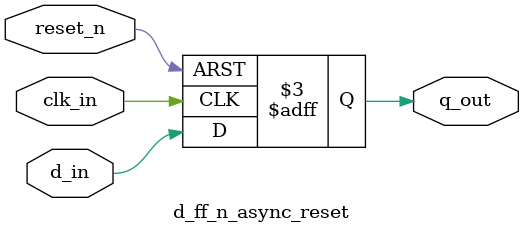
<source format=v>
`timescale 1ns / 1ps


module d_ff_n_async_reset(
                input d_in,
                input clk_in,
                input reset_n,
                output reg q_out
                );
      always @(negedge clk_in, negedge reset_n)
      begin
            if(!reset_n)
                q_out <=1'b0;
            else
                q_out <= d_in;
            
      end
      
endmodule

</source>
